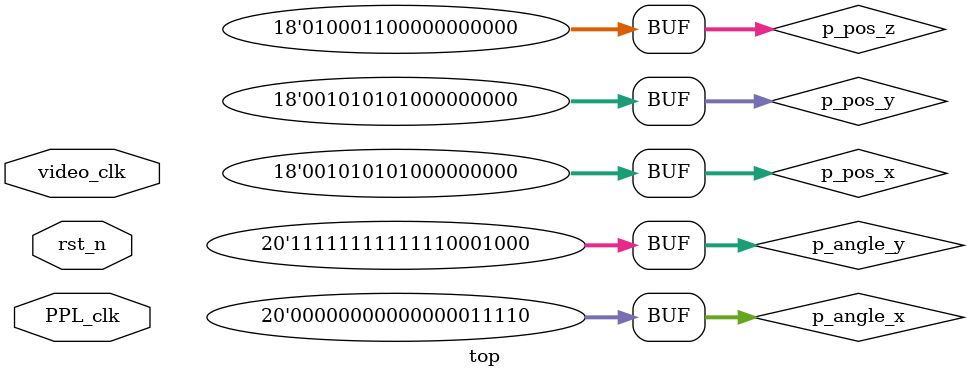
<source format=v>
`timescale 1ns / 1ps

module top (
    input video_clk,
    input PPL_clk,
    input rst_n
);

    parameter H_DISP = 200;
    parameter V_DISP = 8;


    reg  [17:0] p_pos_x = 'd170 << 8;
    reg  [17:0] p_pos_y = 'd170 << 8;
    reg  [17:0] p_pos_z = 'd280 << 8;
    reg  [19:0] p_angle_x = 30;
    reg  [19:0] p_angle_y = -120;
    wire [14:0] write_addr;
    wire [ 4:0] write_data;
    wire        write_en;
    wire [ 4:0] block_id;
    wire [31:0] texture_data;
    wire [23:0] color = texture_data[23:0];
    wire [19:0] pixel_addr_out;
    wire [14:0] block_addr;
    wire [12:0] texture_addr;
    wire valid, vs;

    ppl #(
        .H_DISP(H_DISP),
        .V_DISP(V_DISP)
    ) ppl (
        .clk_ppl  (PPL_clk),  // PPL_clk
        .rst      (~rst_n),
        .p_pos_x  (p_pos_x),
        .p_pos_y  (p_pos_y),
        .p_pos_z  (p_pos_z),
        .p_angle_x(p_angle_x),
        .p_angle_y(p_angle_y),
        .block_id (block_id),

        .valid         (valid),
        .vs            (vs),
        .block_addr    (block_addr),
        .pixel_addr_out(pixel_addr_out),
        .texture_addr  (texture_addr)
    );

    wire [19:0] data_addr;
    wire        data_valid;
    wire        data_vs;
    map map (
        .clk(PPL_clk),
        .rst(~rst_n),

        .write_addr  ('b0),
        .write_data  ('b0),
        .write_en    ('b0),
        .block_addr  (block_addr),
        .texture_addr(texture_addr),
        .block_id    (block_id),

        .vs        (vs),
        .valid     (valid),
        .pixel_addr(pixel_addr_out),

        .data_vs     (data_vs),
        .data_valid  (data_valid),
        .data_addr   (data_addr),
        .texture_data(texture_data)
    );


    wire [15:0] data_aligned;
    wire        data_aligned_valid;
    wire        data_aligned_vs;
    align #(
        .H_DISP(H_DISP),
        .V_DISP(V_DISP),
        .N     (16)
    ) align (
        .video_clk (video_clk),
        .PPL_clk   (PPL_clk),
        .rst       (~rst_n),
        .data      (color),
        .data_addr (data_addr),
        .data_valid(data_valid),
        .data_vs   (data_vs),

        .data_aligned      (data_aligned),
        .data_aligned_valid(data_aligned_valid),
        .data_aligned_vs   (data_aligned_vs)
    );



endmodule

</source>
